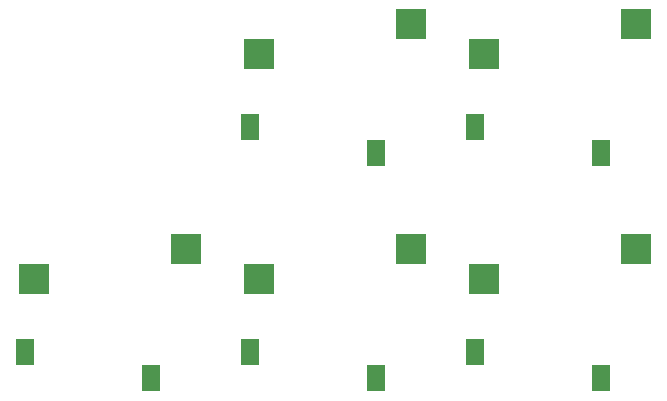
<source format=gbp>
G04 #@! TF.GenerationSoftware,KiCad,Pcbnew,(5.1.6-0-10_14)*
G04 #@! TF.CreationDate,2020-10-25T15:01:43+09:00*
G04 #@! TF.ProjectId,meishi_stm32,6d656973-6869-45f7-9374-6d33322e6b69,rev?*
G04 #@! TF.SameCoordinates,Original*
G04 #@! TF.FileFunction,Paste,Bot*
G04 #@! TF.FilePolarity,Positive*
%FSLAX46Y46*%
G04 Gerber Fmt 4.6, Leading zero omitted, Abs format (unit mm)*
G04 Created by KiCad (PCBNEW (5.1.6-0-10_14)) date 2020-10-25 15:01:43*
%MOMM*%
%LPD*%
G01*
G04 APERTURE LIST*
%ADD10R,2.550000X2.500000*%
%ADD11R,1.600000X2.200000*%
G04 APERTURE END LIST*
D10*
X95139250Y-38973310D03*
X82212250Y-41513310D03*
X101262330Y-41513310D03*
X114189330Y-38973310D03*
X76089170Y-58023390D03*
X63162170Y-60563390D03*
X82212250Y-60563390D03*
X95139250Y-58023390D03*
X101262330Y-60563390D03*
X114189330Y-58023390D03*
D11*
X92097250Y-49953310D03*
X81497250Y-47753310D03*
X100547330Y-47753310D03*
X111147330Y-49953310D03*
X62447170Y-66803390D03*
X73047170Y-69003390D03*
X81497250Y-66803390D03*
X92097250Y-69003390D03*
X111147330Y-69003390D03*
X100547330Y-66803390D03*
M02*

</source>
